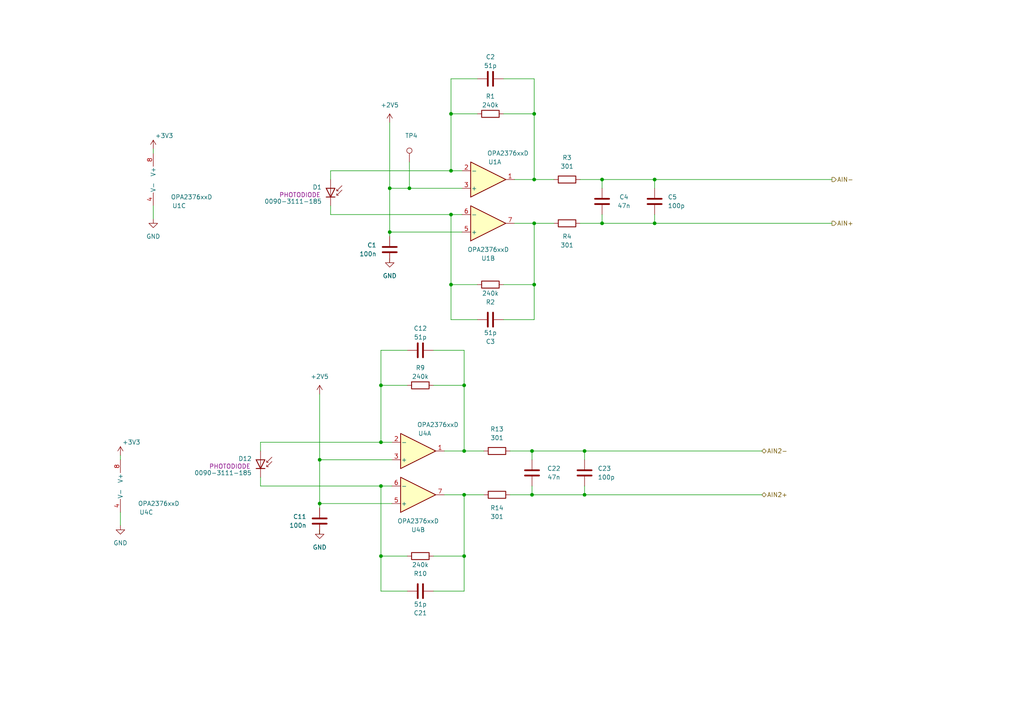
<source format=kicad_sch>
(kicad_sch (version 20211123) (generator eeschema)
  (paper "A4")
  (title_block (title "Development Board") (date "2022-03-15") (rev "2.1") (company "Plastic Scanner"))
  (lib_symbols
    (symbol "Amplifier_Operational:OPA2376xxD" (pin_names (offset 0.127))
      (property "Reference" "U" (at 0 5.08 0))
      (property "Value" "OPA2376xxD" (at 0 -5.08 0))
      (symbol "OPA2376xxD_1_1"
        (polyline (pts (xy -5.08 5.08) (xy 5.08 0) (xy -5.08 -5.08) (xy -5.08 5.08)) (stroke (width 0.254)) (fill (type background)))
        (pin output line (at 7.62 0 180) (length 2.54) (name "~") (number "1"))
        (pin input line (at -7.62 -2.54 0) (length 2.54) (name "-") (number "2"))
        (pin input line (at -7.62 2.54 0) (length 2.54) (name "+") (number "3"))
      )
      (symbol "OPA2376xxD_2_1"
        (polyline (pts (xy -5.08 5.08) (xy 5.08 0) (xy -5.08 -5.08) (xy -5.08 5.08)) (stroke (width 0.254)) (fill (type background)))
        (pin input line (at -7.62 2.54 0) (length 2.54) (name "+") (number "5"))
        (pin input line (at -7.62 -2.54 0) (length 2.54) (name "-") (number "6"))
        (pin output line (at 7.62 0 180) (length 2.54) (name "~") (number "7"))
      )
      (symbol "OPA2376xxD_3_1"
        (pin power_in line (at -2.54 -7.62 90) (length 3.81) (name "V-") (number "4"))
        (pin power_in line (at -2.54 7.62 270) (length 3.81) (name "V+") (number "8"))
      )
    )
    (symbol "Connector:TestPoint" (pin_numbers hide) (pin_names (offset 0.762) hide)
      (property "Reference" "TP" (at 0 6.858 0))
      (property "Value" "TestPoint" (at 0 5.08 0))
      (symbol "TestPoint_0_1"
        (circle (center 0 3.302) (radius 0.762))
      )
      (symbol "TestPoint_1_1"
        (pin passive line (at 0 0 90) (length 2.54) (name "1") (number "1"))
      )
    )
    (symbol "Device:C" (pin_numbers hide) (pin_names (offset 0.254))
      (property "Reference" "C" (at 0.635 2.54 0))
      (property "Value" "C" (at 0.635 -2.54 0))
      (symbol "C_0_1"
        (polyline (pts (xy -2.032 -0.762) (xy 2.032 -0.762)) (stroke (width 0.508)))
        (polyline (pts (xy -2.032 0.762) (xy 2.032 0.762)) (stroke (width 0.508)))
      )
      (symbol "C_1_1"
        (pin passive line (at 0 3.81 270) (length 2.794) (name "~") (number "1"))
        (pin passive line (at 0 -3.81 90) (length 2.794) (name "~") (number "2"))
      )
    )
    (symbol "Device:D_Photo" (pin_numbers hide) (pin_names hide)
      (property "Reference" "D" (at 0.508 1.778 0))
      (property "Value" "D_Photo" (at -1.016 -2.794 0))
      (symbol "D_Photo_0_1"
        (polyline (pts (xy -2.54 1.27) (xy -2.54 -1.27)) (stroke (width 0.254)))
        (polyline (pts (xy -2.032 1.778) (xy -1.524 1.778)))
        (polyline (pts (xy 0 0) (xy -2.54 0)))
        (polyline (pts (xy -0.508 3.302) (xy -2.032 1.778) (xy -2.032 2.286)))
        (polyline (pts (xy 0 -1.27) (xy 0 1.27) (xy -2.54 0) (xy 0 -1.27)) (stroke (width 0.254)))
        (polyline (pts (xy 0.762 3.302) (xy -0.762 1.778) (xy -0.762 2.286) (xy -0.762 1.778) (xy -0.254 1.778)))
      )
      (symbol "D_Photo_1_1"
        (pin passive line (at -5.08 0 0) (length 2.54) (name "K") (number "1"))
        (pin passive line (at 2.54 0 180) (length 2.54) (name "A") (number "2"))
      )
    )
    (symbol "Device:R" (pin_numbers hide) (pin_names (offset 0))
      (property "Reference" "R" (at 2.032 0 90))
      (property "Value" "R" (at 0 0 90))
      (symbol "R_0_1"
        (rectangle (start -1.016 -2.54) (end 1.016 2.54) (stroke (width 0.254)))
      )
      (symbol "R_1_1"
        (pin passive line (at 0 3.81 270) (length 1.27) (name "~") (number "1"))
        (pin passive line (at 0 -3.81 90) (length 1.27) (name "~") (number "2"))
      )
    )
    (symbol "power:+2V5" (power) (pin_names (offset 0))
      (property "Value" "+2V5" (at 0 3.556 0))
      (symbol "+2V5_0_1"
        (polyline (pts (xy -0.762 1.27) (xy 0 2.54)))
        (polyline (pts (xy 0 0) (xy 0 2.54)))
        (polyline (pts (xy 0 2.54) (xy 0.762 1.27)))
      )
      (symbol "+2V5_1_1"
        (pin power_in line (at 0 0 90) (length 0) hide (name "+2V5") (number "1"))
      )
    )
    (symbol "power:+3.3V" (power) (pin_numbers hide) (pin_names (offset 0) hide)
      (property "Value" "+3.3V" (at 0 3.556 0))
      (symbol "+3.3V_0_1"
        (polyline (pts (xy -0.762 1.27) (xy 0 2.54)))
        (polyline (pts (xy 0 0) (xy 0 2.54)))
        (polyline (pts (xy 0 2.54) (xy 0.762 1.27)))
      )
      (symbol "+3.3V_1_1"
        (pin power_in line (at 0 0 90) (length 0) hide (name "+3V3") (number "1"))
      )
    )
    (symbol "power:GND" (power) (pin_names (offset 0))
      (property "Value" "GND" (at 0 -3.81 0))
      (symbol "GND_0_1"
        (polyline (pts (xy 0 0) (xy 0 -1.27) (xy 1.27 -1.27) (xy 0 -2.54) (xy -1.27 -1.27) (xy 0 -1.27)))
      )
      (symbol "GND_1_1"
        (pin power_in line (at 0 0 270) (length 0) hide (name "GND") (number "1"))
      )
    )
  )
  (junction (at 134.62 161.29))
  (junction (at 110.49 140.97))
  (junction (at 154.94 52.07))
  (junction (at 154.94 33.02))
  (junction (at 134.62 130.81))
  (junction (at 113.03 54.61))
  (junction (at 169.545 143.51))
  (junction (at 189.865 64.77))
  (junction (at 118.745 54.61))
  (junction (at 110.49 111.76))
  (junction (at 130.81 33.02))
  (junction (at 110.49 128.27))
  (junction (at 169.545 130.81))
  (junction (at 189.865 52.07))
  (junction (at 130.81 62.23))
  (junction (at 134.62 111.76))
  (junction (at 154.305 130.81))
  (junction (at 154.305 143.51))
  (junction (at 154.94 82.55))
  (junction (at 130.81 82.55))
  (junction (at 130.81 49.53))
  (junction (at 134.62 143.51))
  (junction (at 92.71 146.05))
  (junction (at 110.49 161.29))
  (junction (at 174.625 64.77))
  (junction (at 92.71 133.35))
  (junction (at 174.625 52.07))
  (junction (at 154.94 64.77))
  (junction (at 113.03 67.31))
  (wire (pts (xy 75.565 130.81) (xy 75.565 128.27)))
  (wire (pts (xy 95.885 52.07) (xy 95.885 49.53)))
  (wire (pts (xy 75.565 138.43) (xy 75.565 140.97)))
  (wire (pts (xy 169.545 130.81) (xy 169.545 133.35)))
  (wire (pts (xy 154.305 143.51) (xy 169.545 143.51)))
  (wire (pts (xy 149.225 64.77) (xy 154.94 64.77)))
  (wire (pts (xy 130.81 62.23) (xy 130.81 82.55)))
  (wire (pts (xy 189.865 64.77) (xy 241.3 64.77)))
  (wire (pts (xy 75.565 128.27) (xy 110.49 128.27)))
  (wire (pts (xy 154.94 82.55) (xy 154.94 64.77)))
  (wire (pts (xy 154.305 130.81) (xy 169.545 130.81)))
  (wire (pts (xy 44.45 43.18) (xy 44.45 44.45)))
  (wire (pts (xy 147.955 143.51) (xy 154.305 143.51)))
  (wire (pts (xy 130.81 62.23) (xy 133.985 62.23)))
  (wire (pts (xy 95.885 62.23) (xy 130.81 62.23)))
  (wire (pts (xy 134.62 101.6) (xy 134.62 111.76)))
  (wire (pts (xy 169.545 130.81) (xy 220.98 130.81)))
  (wire (pts (xy 168.275 64.77) (xy 174.625 64.77)))
  (wire (pts (xy 92.71 114.3) (xy 92.71 133.35)))
  (wire (pts (xy 130.81 49.53) (xy 130.81 33.02)))
  (wire (pts (xy 154.94 52.07) (xy 160.655 52.07)))
  (wire (pts (xy 34.925 132.08) (xy 34.925 133.35)))
  (wire (pts (xy 149.225 52.07) (xy 154.94 52.07)))
  (wire (pts (xy 154.305 130.81) (xy 154.305 133.35)))
  (wire (pts (xy 174.625 52.07) (xy 174.625 54.61)))
  (wire (pts (xy 92.71 146.05) (xy 92.71 147.32)))
  (wire (pts (xy 146.05 82.55) (xy 154.94 82.55)))
  (wire (pts (xy 125.73 101.6) (xy 134.62 101.6)))
  (wire (pts (xy 134.62 130.81) (xy 140.335 130.81)))
  (wire (pts (xy 147.955 130.81) (xy 154.305 130.81)))
  (wire (pts (xy 130.81 82.55) (xy 138.43 82.55)))
  (wire (pts (xy 113.03 54.61) (xy 118.745 54.61)))
  (wire (pts (xy 130.81 33.02) (xy 138.43 33.02)))
  (wire (pts (xy 128.905 130.81) (xy 134.62 130.81)))
  (wire (pts (xy 189.865 52.07) (xy 189.865 54.61)))
  (wire (pts (xy 130.81 49.53) (xy 133.985 49.53)))
  (wire (pts (xy 110.49 140.97) (xy 113.665 140.97)))
  (wire (pts (xy 130.81 22.86) (xy 130.81 33.02)))
  (wire (pts (xy 130.81 92.71) (xy 138.43 92.71)))
  (wire (pts (xy 154.94 22.86) (xy 154.94 33.02)))
  (wire (pts (xy 128.905 143.51) (xy 134.62 143.51)))
  (wire (pts (xy 154.305 140.97) (xy 154.305 143.51)))
  (wire (pts (xy 130.81 82.55) (xy 130.81 92.71)))
  (wire (pts (xy 113.03 76.2) (xy 113.03 74.93)))
  (wire (pts (xy 110.49 128.27) (xy 110.49 111.76)))
  (wire (pts (xy 110.49 171.45) (xy 118.11 171.45)))
  (wire (pts (xy 44.45 59.69) (xy 44.45 63.5)))
  (wire (pts (xy 134.62 161.29) (xy 134.62 171.45)))
  (wire (pts (xy 169.545 143.51) (xy 220.98 143.51)))
  (wire (pts (xy 110.49 161.29) (xy 110.49 171.45)))
  (wire (pts (xy 125.73 161.29) (xy 134.62 161.29)))
  (wire (pts (xy 34.925 148.59) (xy 34.925 152.4)))
  (wire (pts (xy 110.49 140.97) (xy 110.49 161.29)))
  (wire (pts (xy 110.49 111.76) (xy 118.11 111.76)))
  (wire (pts (xy 110.49 101.6) (xy 110.49 111.76)))
  (wire (pts (xy 189.865 52.07) (xy 241.3 52.07)))
  (wire (pts (xy 113.03 35.56) (xy 113.03 54.61)))
  (wire (pts (xy 75.565 140.97) (xy 110.49 140.97)))
  (wire (pts (xy 168.275 52.07) (xy 174.625 52.07)))
  (wire (pts (xy 118.745 54.61) (xy 133.985 54.61)))
  (wire (pts (xy 110.49 128.27) (xy 113.665 128.27)))
  (wire (pts (xy 174.625 52.07) (xy 189.865 52.07)))
  (wire (pts (xy 113.03 67.31) (xy 113.03 68.58)))
  (wire (pts (xy 92.71 133.35) (xy 92.71 146.05)))
  (wire (pts (xy 134.62 143.51) (xy 140.335 143.51)))
  (wire (pts (xy 169.545 140.97) (xy 169.545 143.51)))
  (wire (pts (xy 189.865 62.23) (xy 189.865 64.77)))
  (wire (pts (xy 125.73 111.76) (xy 134.62 111.76)))
  (wire (pts (xy 92.71 133.35) (xy 113.665 133.35)))
  (wire (pts (xy 92.71 146.05) (xy 113.665 146.05)))
  (wire (pts (xy 146.05 92.71) (xy 154.94 92.71)))
  (wire (pts (xy 154.94 82.55) (xy 154.94 92.71)))
  (wire (pts (xy 92.71 154.94) (xy 92.71 153.67)))
  (wire (pts (xy 146.05 33.02) (xy 154.94 33.02)))
  (wire (pts (xy 130.81 22.86) (xy 138.43 22.86)))
  (wire (pts (xy 174.625 62.23) (xy 174.625 64.77)))
  (wire (pts (xy 118.745 46.99) (xy 118.745 54.61)))
  (wire (pts (xy 113.03 54.61) (xy 113.03 67.31)))
  (wire (pts (xy 125.73 171.45) (xy 134.62 171.45)))
  (wire (pts (xy 154.94 64.77) (xy 160.655 64.77)))
  (wire (pts (xy 154.94 33.02) (xy 154.94 52.07)))
  (wire (pts (xy 134.62 161.29) (xy 134.62 143.51)))
  (wire (pts (xy 110.49 161.29) (xy 118.11 161.29)))
  (wire (pts (xy 174.625 64.77) (xy 189.865 64.77)))
  (wire (pts (xy 110.49 101.6) (xy 118.11 101.6)))
  (wire (pts (xy 95.885 49.53) (xy 130.81 49.53)))
  (wire (pts (xy 95.885 59.69) (xy 95.885 62.23)))
  (wire (pts (xy 146.05 22.86) (xy 154.94 22.86)))
  (wire (pts (xy 113.03 67.31) (xy 133.985 67.31)))
  (wire (pts (xy 134.62 111.76) (xy 134.62 130.81)))
  (hierarchical_label "AIN-" (shape output) (at 241.3 52.07 0))
  (hierarchical_label "AIN2+" (shape bidirectional) (at 220.98 143.51 0))
  (hierarchical_label "AIN+" (shape output) (at 241.3 64.77 0))
  (hierarchical_label "AIN2-" (shape bidirectional) (at 220.98 130.81 0))
  (symbol (lib_id "Device:R") (at 144.145 130.81 90) (unit 1)
    (property "Reference" "R13" (at 144.145 124.46 90))
    (property "Value" "301" (at 144.145 127 90))
    (property "Footprint" "Resistor_SMD:R_0603_1608Metric_Pad0.98x0.95mm_HandSolder" (effects hide))
  )
  (symbol (lib_id "Device:C") (at 92.71 151.13 0) (mirror x) (unit 1)
    (property "Reference" "C11" (at 88.9 149.8599 0) (effects (justify right)))
    (property "Value" "100n" (at 88.9 152.3999 0) (effects (justify right)))
    (property "Footprint" "Capacitor_SMD:C_0603_1608Metric_Pad1.08x0.95mm_HandSolder" (effects hide))
  )
  (symbol (lib_id "Amplifier_Operational:OPA2376xxD") (at 121.285 130.81 0) (mirror x) (unit 1)
    (property "Reference" "U4" (at 123.19 125.73 0))
    (property "Value" "OPA2376xxD" (at 127 123.19 0))
    (property "Footprint" "OPA2376AID:SOIC127P599X175-8N" (effects hide))
    (property "Datasheet" "http://www.ti.com/lit/ds/symlink/opa376.pdf" (effects hide))
  )
  (symbol (lib_id "power:GND") (at 113.03 74.93 0) (unit 1)
    (property "Reference" "#PWR02" (effects hide))
    (property "Value" "GND" (at 113.03 80.01 0))
  )
  (symbol (lib_id "Device:R") (at 142.24 82.55 270) (mirror x) (unit 1)
    (property "Reference" "R2" (at 142.24 87.63 90))
    (property "Value" "240k" (at 142.24 85.09 90))
    (property "Footprint" "Resistor_SMD:R_0603_1608Metric_Pad0.98x0.95mm_HandSolder" (effects hide))
  )
  (symbol (lib_id "Device:R") (at 164.465 52.07 90) (unit 1)
    (property "Reference" "R3" (at 164.465 45.72 90))
    (property "Value" "301" (at 164.465 48.26 90))
    (property "Footprint" "Resistor_SMD:R_0603_1608Metric_Pad0.98x0.95mm_HandSolder" (effects hide))
  )
  (symbol (lib_id "Device:R") (at 142.24 33.02 90) (unit 1)
    (property "Reference" "R1" (at 142.24 27.94 90))
    (property "Value" "240k" (at 142.24 30.48 90))
    (property "Footprint" "Resistor_SMD:R_0603_1608Metric_Pad0.98x0.95mm_HandSolder" (effects hide))
  )
  (symbol (lib_id "Device:C") (at 189.865 58.42 0) (unit 1)
    (property "Reference" "C5" (at 193.675 57.1499 0) (effects (justify left)))
    (property "Value" "100p" (at 193.675 59.6899 0) (effects (justify left)))
    (property "Footprint" "Capacitor_SMD:C_0603_1608Metric_Pad1.08x0.95mm_HandSolder" (effects hide))
  )
  (symbol (lib_id "Connector:TestPoint") (at 118.745 46.99 0) (unit 1) (in_bom no)
    (property "Reference" "TP4" (at 117.475 39.37 0) (effects (justify left)))
  )
  (symbol (lib_id "Device:C") (at 169.545 137.16 0) (unit 1)
    (property "Reference" "C23" (at 173.355 135.8899 0) (effects (justify left)))
    (property "Value" "100p" (at 173.355 138.4299 0) (effects (justify left)))
    (property "Footprint" "Capacitor_SMD:C_0603_1608Metric_Pad1.08x0.95mm_HandSolder" (effects hide))
  )
  (symbol (lib_id "Device:C") (at 121.92 101.6 90) (unit 1)
    (property "Reference" "C12" (at 121.92 95.25 90))
    (property "Value" "51p" (at 121.92 97.79 90))
    (property "Footprint" "Capacitor_SMD:C_0603_1608Metric_Pad1.08x0.95mm_HandSolder" (effects hide))
  )
  (symbol (lib_id "power:GND") (at 34.925 152.4 0) (unit 1)
    (property "Reference" "#PWR07" (effects hide))
    (property "Value" "GND" (at 34.925 157.48 0))
  )
  (symbol (lib_id "Device:D_Photo") (at 75.565 133.35 270) (mirror x) (unit 1)
    (property "Reference" "D12" (at 73.025 133.0324 90) (effects (justify right)))
    (property "Value" "0090-3111-185" (at 73.025 137.16 90) (effects (justify right)))
    (property "Footprint" "Diode_SMD:D_1206_3216Metric_Pad1.42x1.75mm_HandSolder" (effects hide))
    (property "Humanlabel" "PHOTODIODE" (at 66.675 135.255 90))
  )
  (symbol (lib_id "power:+2V5") (at 113.03 35.56 0) (unit 1)
    (property "Reference" "#PWR01" (effects hide))
    (property "Value" "+2V5" (at 113.03 30.48 0))
  )
  (symbol (lib_id "power:GND") (at 92.71 153.67 0) (unit 1)
    (property "Reference" "#PWR09" (effects hide))
    (property "Value" "GND" (at 92.71 158.75 0))
  )
  (symbol (lib_id "Amplifier_Operational:OPA2376xxD") (at 37.465 140.97 0) (unit 3)
    (property "Reference" "U4" (at 44.45 148.59 0) (effects (justify right)))
    (property "Value" "OPA2376xxD" (at 52.07 146.05 0) (effects (justify right)))
    (property "Footprint" "OPA2376AID:SOIC127P599X175-8N" (effects hide))
    (property "Datasheet" "http://www.ti.com/lit/ds/symlink/opa376.pdf" (effects hide))
  )
  (symbol (lib_id "Amplifier_Operational:OPA2376xxD") (at 46.99 52.07 0) (unit 3)
    (property "Reference" "U1" (at 53.975 59.69 0) (effects (justify right)))
    (property "Value" "OPA2376xxD" (at 61.595 57.15 0) (effects (justify right)))
    (property "Footprint" "OPA2376AID:SOIC127P599X175-8N" (effects hide))
    (property "Datasheet" "http://www.ti.com/lit/ds/symlink/opa376.pdf" (effects hide))
  )
  (symbol (lib_id "Device:C") (at 142.24 92.71 90) (unit 1)
    (property "Reference" "C3" (at 142.24 99.06 90))
    (property "Value" "51p" (at 142.24 96.52 90))
    (property "Footprint" "Capacitor_SMD:C_0603_1608Metric_Pad1.08x0.95mm_HandSolder" (effects hide))
  )
  (symbol (lib_id "Amplifier_Operational:OPA2376xxD") (at 121.285 143.51 0) (mirror x) (unit 2)
    (property "Reference" "U4" (at 121.285 153.67 0))
    (property "Value" "OPA2376xxD" (at 121.285 151.13 0))
    (property "Footprint" "OPA2376AID:SOIC127P599X175-8N" (effects hide))
    (property "Datasheet" "http://www.ti.com/lit/ds/symlink/opa376.pdf" (effects hide))
  )
  (symbol (lib_id "power:GND") (at 44.45 63.5 0) (unit 1)
    (property "Reference" "#PWR04" (effects hide))
    (property "Value" "GND" (at 44.45 68.58 0))
  )
  (symbol (lib_id "Amplifier_Operational:OPA2376xxD") (at 141.605 52.07 0) (mirror x) (unit 1)
    (property "Reference" "U1" (at 143.51 46.99 0))
    (property "Value" "OPA2376xxD" (at 147.32 44.45 0))
    (property "Footprint" "OPA2376AID:SOIC127P599X175-8N" (effects hide))
    (property "Datasheet" "http://www.ti.com/lit/ds/symlink/opa376.pdf" (effects hide))
  )
  (symbol (lib_id "power:+2V5") (at 92.71 114.3 0) (unit 1)
    (property "Reference" "#PWR08" (effects hide))
    (property "Value" "+2V5" (at 92.71 109.22 0))
  )
  (symbol (lib_id "Device:C") (at 142.24 22.86 90) (unit 1)
    (property "Reference" "C2" (at 142.24 16.51 90))
    (property "Value" "51p" (at 142.24 19.05 90))
    (property "Footprint" "Capacitor_SMD:C_0603_1608Metric_Pad1.08x0.95mm_HandSolder" (effects hide))
  )
  (symbol (lib_id "Device:C") (at 174.625 58.42 180) (unit 1)
    (property "Reference" "C4" (at 180.975 57.15 0))
    (property "Value" "47n" (at 180.975 59.69 0))
    (property "Footprint" "Capacitor_SMD:C_0603_1608Metric_Pad1.08x0.95mm_HandSolder" (effects hide))
  )
  (symbol (lib_id "Device:R") (at 121.92 161.29 270) (mirror x) (unit 1)
    (property "Reference" "R10" (at 121.92 166.37 90))
    (property "Value" "240k" (at 121.92 163.83 90))
    (property "Footprint" "Resistor_SMD:R_0603_1608Metric_Pad0.98x0.95mm_HandSolder" (effects hide))
  )
  (symbol (lib_id "Device:C") (at 154.305 137.16 180) (unit 1)
    (property "Reference" "C22" (at 160.655 135.89 0))
    (property "Value" "47n" (at 160.655 138.43 0))
    (property "Footprint" "Capacitor_SMD:C_0603_1608Metric_Pad1.08x0.95mm_HandSolder" (effects hide))
  )
  (symbol (lib_id "Device:R") (at 144.145 143.51 90) (unit 1)
    (property "Reference" "R14" (at 144.145 147.32 90))
    (property "Value" "301" (at 144.145 149.86 90))
    (property "Footprint" "Resistor_SMD:R_0603_1608Metric_Pad0.98x0.95mm_HandSolder" (effects hide))
  )
  (symbol (lib_id "Device:R") (at 121.92 111.76 90) (unit 1)
    (property "Reference" "R9" (at 121.92 106.68 90))
    (property "Value" "240k" (at 121.92 109.22 90))
    (property "Footprint" "Resistor_SMD:R_0603_1608Metric_Pad0.98x0.95mm_HandSolder" (effects hide))
  )
  (symbol (lib_id "Device:C") (at 121.92 171.45 90) (unit 1)
    (property "Reference" "C21" (at 121.92 177.8 90))
    (property "Value" "51p" (at 121.92 175.26 90))
    (property "Footprint" "Capacitor_SMD:C_0603_1608Metric_Pad1.08x0.95mm_HandSolder" (effects hide))
  )
  (symbol (lib_id "Device:R") (at 164.465 64.77 90) (unit 1)
    (property "Reference" "R4" (at 164.465 68.58 90))
    (property "Value" "301" (at 164.465 71.12 90))
    (property "Footprint" "Resistor_SMD:R_0603_1608Metric_Pad0.98x0.95mm_HandSolder" (effects hide))
  )
  (symbol (lib_id "power:+3.3V") (at 44.45 43.18 0) (unit 1)
    (property "Reference" "#PWR0131" (effects hide))
    (property "Value" "+3.3V" (at 47.625 39.37 0))
  )
  (symbol (lib_id "power:+3.3V") (at 34.925 132.08 0) (unit 1)
    (property "Reference" "#PWR06" (effects hide))
    (property "Value" "+3.3V" (at 38.1 128.27 0))
  )
  (symbol (lib_id "Amplifier_Operational:OPA2376xxD") (at 141.605 64.77 0) (mirror x) (unit 2)
    (property "Reference" "U1" (at 141.605 74.93 0))
    (property "Value" "OPA2376xxD" (at 141.605 72.39 0))
    (property "Footprint" "OPA2376AID:SOIC127P599X175-8N" (effects hide))
    (property "Datasheet" "http://www.ti.com/lit/ds/symlink/opa376.pdf" (effects hide))
  )
  (symbol (lib_id "Device:D_Photo") (at 95.885 54.61 270) (mirror x) (unit 1)
    (property "Reference" "D1" (at 93.345 54.2924 90) (effects (justify right)))
    (property "Value" "0090-3111-185" (at 93.345 58.42 90) (effects (justify right)))
    (property "Footprint" "Diode_SMD:D_1206_3216Metric_Pad1.42x1.75mm_HandSolder" (effects hide))
    (property "Humanlabel" "PHOTODIODE" (at 86.995 56.515 90))
  )
  (symbol (lib_id "Device:C") (at 113.03 72.39 0) (mirror x) (unit 1)
    (property "Reference" "C1" (at 109.22 71.1199 0) (effects (justify right)))
    (property "Value" "100n" (at 109.22 73.6599 0) (effects (justify right)))
    (property "Footprint" "Capacitor_SMD:C_0603_1608Metric_Pad1.08x0.95mm_HandSolder" (effects hide))
  )
)
</source>
